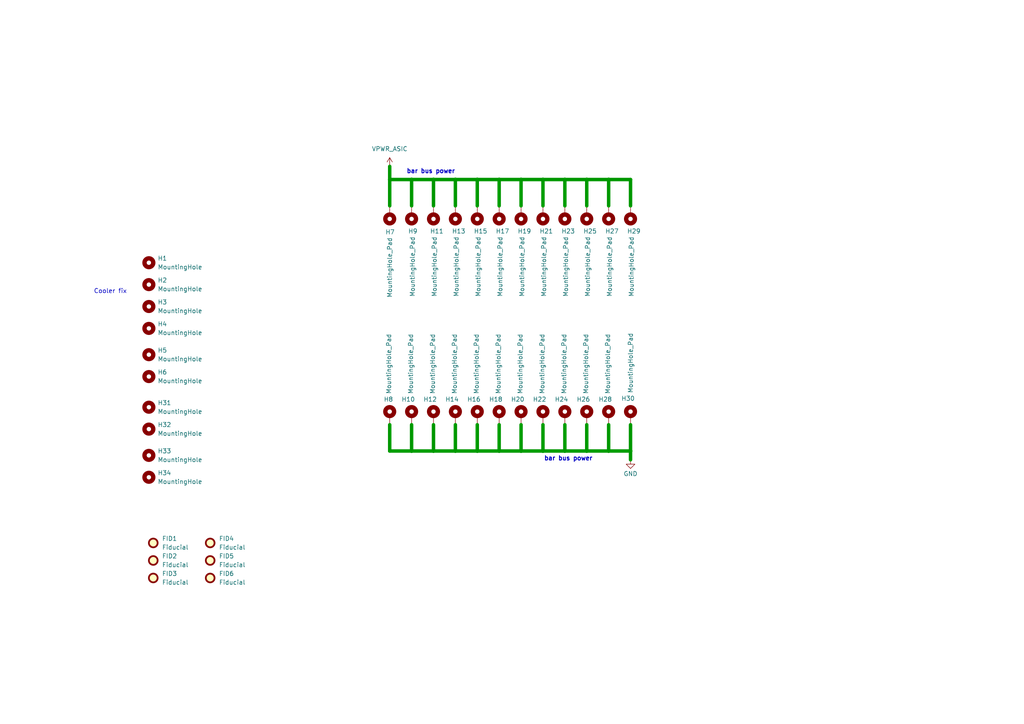
<source format=kicad_sch>
(kicad_sch (version 20231120) (generator "eeschema") (generator_version "8.0")
  (paper "A4")
  (lib_symbols
    (symbol "Mechanical:Fiducial" (exclude_from_sim yes) (in_bom no)
      (property "Reference" "FID" (at 0 5.08 0))
      (property "Value" "Fiducial" (at 0 3.175 0))
      (symbol "Fiducial_0_1"
        (circle (center 0 0) (radius 1.27) (stroke (width 0.508)) (fill (type background)))
      )
    )
    (symbol "Mechanical:MountingHole" (pin_names (offset 1.016))
      (property "Reference" "H" (at 0 5.08 0))
      (property "Value" "MountingHole" (at 0 3.175 0))
      (symbol "MountingHole_0_1"
        (circle (center 0 0) (radius 1.27) (stroke (width 1.27)))
      )
    )
    (symbol "Mechanical:MountingHole_Pad" (pin_numbers hide) (pin_names (offset 1.016) hide) (exclude_from_sim yes) (in_bom no)
      (property "Reference" "H" (at 0 6.35 0))
      (property "Value" "MountingHole_Pad" (at 0 4.445 0))
      (symbol "MountingHole_Pad_0_1"
        (circle (center 0 1.27) (radius 1.27) (stroke (width 1.27)))
      )
      (symbol "MountingHole_Pad_1_1"
        (pin input line (at 0 -2.54 90) (length 2.54) (name "1") (number "1"))
      )
    )
    (symbol "power:GND" (power) (pin_numbers hide) (pin_names (offset 0) hide)
      (property "Value" "GND" (at 0 -3.81 0))
      (symbol "GND_0_1"
        (polyline (pts (xy 0 0) (xy 0 -1.27) (xy 1.27 -1.27) (xy 0 -2.54) (xy -1.27 -1.27) (xy 0 -1.27)))
      )
      (symbol "GND_1_1"
        (pin power_in line (at 0 0 270) (length 0) (name "~") (number "1"))
      )
    )
    (symbol "power:VDD" (power) (pin_numbers hide) (pin_names (offset 0) hide)
      (property "Value" "VDD" (at 0 3.556 0))
      (symbol "VDD_0_1"
        (polyline (pts (xy -0.762 1.27) (xy 0 2.54)))
        (polyline (pts (xy 0 0) (xy 0 2.54)))
        (polyline (pts (xy 0 2.54) (xy 0.762 1.27)))
      )
      (symbol "VDD_1_1"
        (pin power_in line (at 0 0 90) (length 0) (name "~") (number "1"))
      )
    )
  )
  (junction (at 163.83 52.07))
  (junction (at 144.78 52.07))
  (junction (at 132.08 52.07))
  (junction (at 176.53 130.81))
  (junction (at 151.13 52.07))
  (junction (at 119.38 52.07))
  (junction (at 163.83 130.81))
  (junction (at 182.88 130.81))
  (junction (at 119.38 130.81))
  (junction (at 144.78 130.81))
  (junction (at 113.03 52.07))
  (junction (at 157.48 52.07))
  (junction (at 151.13 130.81))
  (junction (at 170.18 52.07))
  (junction (at 125.73 52.07))
  (junction (at 157.48 130.81))
  (junction (at 125.73 130.81))
  (junction (at 132.08 130.81))
  (junction (at 138.43 52.07))
  (junction (at 170.18 130.81))
  (junction (at 176.53 52.07))
  (junction (at 138.43 130.81))
  (wire (pts (xy 119.38 130.81) (xy 113.03 130.81)) (stroke (width 1)))
  (wire (pts (xy 170.18 52.07) (xy 176.53 52.07)) (stroke (width 1)))
  (wire (pts (xy 138.43 52.07) (xy 144.78 52.07)) (stroke (width 1)))
  (wire (pts (xy 157.48 59.69) (xy 157.48 52.07)) (stroke (width 1)))
  (wire (pts (xy 170.18 130.81) (xy 163.83 130.81)) (stroke (width 1)))
  (wire (pts (xy 176.53 130.81) (xy 182.88 130.81)) (stroke (width 1)))
  (wire (pts (xy 176.53 52.07) (xy 182.88 52.07)) (stroke (width 1)))
  (wire (pts (xy 170.18 130.81) (xy 176.53 130.81)) (stroke (width 1)))
  (wire (pts (xy 119.38 123.19) (xy 119.38 130.81)) (stroke (width 1)))
  (wire (pts (xy 144.78 59.69) (xy 144.78 52.07)) (stroke (width 1)))
  (wire (pts (xy 182.88 59.69) (xy 182.88 52.07)) (stroke (width 1)))
  (wire (pts (xy 151.13 130.81) (xy 144.78 130.81)) (stroke (width 1)))
  (wire (pts (xy 132.08 52.07) (xy 138.43 52.07)) (stroke (width 1)))
  (wire (pts (xy 176.53 59.69) (xy 176.53 52.07)) (stroke (width 1)))
  (wire (pts (xy 132.08 130.81) (xy 138.43 130.81)) (stroke (width 1)))
  (wire (pts (xy 113.03 48.26) (xy 113.03 52.07)) (stroke (width 1)))
  (wire (pts (xy 119.38 52.07) (xy 125.73 52.07)) (stroke (width 1)))
  (wire (pts (xy 138.43 59.69) (xy 138.43 52.07)) (stroke (width 1)))
  (wire (pts (xy 125.73 52.07) (xy 132.08 52.07)) (stroke (width 1)))
  (wire (pts (xy 163.83 59.69) (xy 163.83 52.07)) (stroke (width 1)))
  (wire (pts (xy 119.38 59.69) (xy 119.38 52.07)) (stroke (width 1)))
  (wire (pts (xy 170.18 59.69) (xy 170.18 52.07)) (stroke (width 1)))
  (wire (pts (xy 163.83 123.19) (xy 163.83 130.81)) (stroke (width 1)))
  (wire (pts (xy 138.43 130.81) (xy 144.78 130.81)) (stroke (width 1)))
  (wire (pts (xy 144.78 123.19) (xy 144.78 130.81)) (stroke (width 1)))
  (wire (pts (xy 157.48 130.81) (xy 151.13 130.81)) (stroke (width 1)))
  (wire (pts (xy 170.18 123.19) (xy 170.18 130.81)) (stroke (width 1)))
  (wire (pts (xy 125.73 59.69) (xy 125.73 52.07)) (stroke (width 1)))
  (wire (pts (xy 157.48 123.19) (xy 157.48 130.81)) (stroke (width 1)))
  (wire (pts (xy 182.88 130.81) (xy 182.88 133.35)) (stroke (width 1)))
  (wire (pts (xy 157.48 52.07) (xy 163.83 52.07)) (stroke (width 1)))
  (wire (pts (xy 113.03 52.07) (xy 119.38 52.07)) (stroke (width 1)))
  (wire (pts (xy 113.03 52.07) (xy 113.03 59.69)) (stroke (width 1)))
  (wire (pts (xy 113.03 123.19) (xy 113.03 130.81)) (stroke (width 1)))
  (wire (pts (xy 138.43 123.19) (xy 138.43 130.81)) (stroke (width 1)))
  (wire (pts (xy 176.53 123.19) (xy 176.53 130.81)) (stroke (width 1)))
  (wire (pts (xy 125.73 123.19) (xy 125.73 130.81)) (stroke (width 1)))
  (wire (pts (xy 163.83 52.07) (xy 170.18 52.07)) (stroke (width 1)))
  (wire (pts (xy 132.08 123.19) (xy 132.08 130.81)) (stroke (width 1)))
  (wire (pts (xy 132.08 130.81) (xy 125.73 130.81)) (stroke (width 1)))
  (wire (pts (xy 163.83 130.81) (xy 157.48 130.81)) (stroke (width 1)))
  (wire (pts (xy 144.78 52.07) (xy 151.13 52.07)) (stroke (width 1)))
  (wire (pts (xy 125.73 130.81) (xy 119.38 130.81)) (stroke (width 1)))
  (wire (pts (xy 151.13 52.07) (xy 157.48 52.07)) (stroke (width 1)))
  (wire (pts (xy 151.13 59.69) (xy 151.13 52.07)) (stroke (width 1)))
  (wire (pts (xy 132.08 59.69) (xy 132.08 52.07)) (stroke (width 1)))
  (wire (pts (xy 151.13 123.19) (xy 151.13 130.81)) (stroke (width 1)))
  (wire (pts (xy 182.88 130.81) (xy 182.88 123.19)) (stroke (width 1)))
  (text "Cooler fix" (at 32.004 84.582 0) (effects (font (size 1.27 1.27))))
  (text "bar bus power" (at 164.846 133.096 0) (effects (font (size 1.27 1.27) (thickness 0.254) (bold yes))))
  (text "bar bus power" (at 124.968 49.784 0) (effects (font (size 1.27 1.27) (thickness 0.254) (bold yes))))
  (symbol (lib_id "Mechanical:MountingHole_Pad") (at 119.38 120.65 0) (unit 1) (exclude_from_sim yes) (in_bom no)
    (property "Reference" "H10" (at 120.396 115.824 0) (effects (justify right)))
    (property "Value" "MountingHole_Pad" (at 119.126 96.774 90) (effects (justify right)))
    (property "Footprint" "EKO_Miner_ASIClib:SMTSO-M3-10ET" (effects (hide yes)))
    (property "Description" "Mounting Hole with connection" (effects (hide yes)))
    (property "MP" "SMTSO-M3-10ET" (effects (hide yes)))
    (property "P/N MOUSER" "153-SMTSO-M3-10ET" (effects (hide yes)))
  )
  (symbol (lib_id "power:VDD") (at 113.03 48.26 0) (unit 1)
    (property "Reference" "#PWR019" (effects (hide yes)))
    (property "Value" "VPWR_ASIC" (at 113.03 43.18 0))
    (property "Description" "Power symbol creates a global label with name \"VDD\"" (effects (hide yes)))
  )
  (symbol (lib_id "power:GND") (at 182.88 133.35 0) (unit 1)
    (property "Reference" "#PWR020" (effects (hide yes)))
    (property "Value" "GND" (at 182.88 137.414 0))
    (property "Description" "Power symbol creates a global label with name \"GND\" , ground" (effects (hide yes)))
  )
  (symbol (lib_id "Mechanical:Fiducial") (at 44.45 162.56 0) (unit 1) (exclude_from_sim yes) (in_bom no)
    (property "Reference" "FID2" (at 46.99 161.2899 0) (effects (justify left)))
    (property "Value" "Fiducial" (at 46.99 163.8299 0) (effects (justify left)))
    (property "Footprint" "Fiducial:Fiducial_1mm_Mask2mm" (effects (hide yes)))
    (property "Description" "Fiducial Marker" (effects (hide yes)))
  )
  (symbol (lib_id "Mechanical:MountingHole") (at 43.18 88.9 0) (unit 1)
    (property "Reference" "H3" (at 45.72 87.6299 0) (effects (justify left)))
    (property "Value" "MountingHole" (at 45.72 90.1699 0) (effects (justify left)))
    (property "Footprint" "MountingHole:MountingHole_3.2mm_M3_ISO7380" (effects (hide yes)))
    (property "Description" "Mounting Hole without connection" (effects (hide yes)))
  )
  (symbol (lib_id "Mechanical:MountingHole_Pad") (at 182.88 62.23 180) (unit 1) (exclude_from_sim yes) (in_bom no)
    (property "Reference" "H29" (at 181.864 67.056 0) (effects (justify right)))
    (property "Value" "MountingHole_Pad" (at 183.134 86.106 90) (effects (justify right)))
    (property "Footprint" "EKO_Miner_ASIClib:SMTSO-M3-10ET" (effects (hide yes)))
    (property "Description" "Mounting Hole with connection" (effects (hide yes)))
    (property "MP" "SMTSO-M3-10ET" (effects (hide yes)))
    (property "P/N MOUSER" "153-SMTSO-M3-10ET" (effects (hide yes)))
  )
  (symbol (lib_id "Mechanical:MountingHole_Pad") (at 144.78 62.23 180) (unit 1) (exclude_from_sim yes) (in_bom no)
    (property "Reference" "H17" (at 143.764 67.056 0) (effects (justify right)))
    (property "Value" "MountingHole_Pad" (at 145.034 86.106 90) (effects (justify right)))
    (property "Footprint" "EKO_Miner_ASIClib:SMTSO-M3-10ET" (effects (hide yes)))
    (property "Description" "Mounting Hole with connection" (effects (hide yes)))
    (property "MP" "SMTSO-M3-10ET" (effects (hide yes)))
    (property "P/N MOUSER" "153-SMTSO-M3-10ET" (effects (hide yes)))
  )
  (symbol (lib_id "Mechanical:MountingHole_Pad") (at 176.53 62.23 180) (unit 1) (exclude_from_sim yes) (in_bom no)
    (property "Reference" "H27" (at 175.514 67.056 0) (effects (justify right)))
    (property "Value" "MountingHole_Pad" (at 176.784 86.106 90) (effects (justify right)))
    (property "Footprint" "EKO_Miner_ASIClib:SMTSO-M3-10ET" (effects (hide yes)))
    (property "Description" "Mounting Hole with connection" (effects (hide yes)))
    (property "MP" "SMTSO-M3-10ET" (effects (hide yes)))
    (property "P/N MOUSER" "153-SMTSO-M3-10ET" (effects (hide yes)))
  )
  (symbol (lib_id "Mechanical:MountingHole_Pad") (at 138.43 62.23 180) (unit 1) (exclude_from_sim yes) (in_bom no)
    (property "Reference" "H15" (at 137.414 67.056 0) (effects (justify right)))
    (property "Value" "MountingHole_Pad" (at 138.684 86.106 90) (effects (justify right)))
    (property "Footprint" "EKO_Miner_ASIClib:SMTSO-M3-10ET" (effects (hide yes)))
    (property "Description" "Mounting Hole with connection" (effects (hide yes)))
    (property "MP" "SMTSO-M3-10ET" (effects (hide yes)))
    (property "P/N MOUSER" "153-SMTSO-M3-10ET" (effects (hide yes)))
  )
  (symbol (lib_id "Mechanical:MountingHole_Pad") (at 151.13 120.65 0) (unit 1) (exclude_from_sim yes) (in_bom no)
    (property "Reference" "H20" (at 152.146 115.824 0) (effects (justify right)))
    (property "Value" "MountingHole_Pad" (at 150.876 96.774 90) (effects (justify right)))
    (property "Footprint" "EKO_Miner_ASIClib:SMTSO-M3-10ET" (effects (hide yes)))
    (property "Description" "Mounting Hole with connection" (effects (hide yes)))
    (property "MP" "SMTSO-M3-10ET" (effects (hide yes)))
    (property "P/N MOUSER" "153-SMTSO-M3-10ET" (effects (hide yes)))
  )
  (symbol (lib_id "Mechanical:MountingHole_Pad") (at 170.18 120.65 0) (unit 1) (exclude_from_sim yes) (in_bom no)
    (property "Reference" "H26" (at 171.196 115.824 0) (effects (justify right)))
    (property "Value" "MountingHole_Pad" (at 169.926 96.774 90) (effects (justify right)))
    (property "Footprint" "EKO_Miner_ASIClib:SMTSO-M3-10ET" (effects (hide yes)))
    (property "Description" "Mounting Hole with connection" (effects (hide yes)))
    (property "MP" "SMTSO-M3-10ET" (effects (hide yes)))
    (property "P/N MOUSER" "153-SMTSO-M3-10ET" (effects (hide yes)))
  )
  (symbol (lib_id "Mechanical:MountingHole_Pad") (at 125.73 120.65 0) (unit 1) (exclude_from_sim yes) (in_bom no)
    (property "Reference" "H12" (at 126.746 115.824 0) (effects (justify right)))
    (property "Value" "MountingHole_Pad" (at 125.476 96.774 90) (effects (justify right)))
    (property "Footprint" "EKO_Miner_ASIClib:SMTSO-M3-10ET" (effects (hide yes)))
    (property "Description" "Mounting Hole with connection" (effects (hide yes)))
    (property "MP" "SMTSO-M3-10ET" (effects (hide yes)))
    (property "P/N MOUSER" "153-SMTSO-M3-10ET" (effects (hide yes)))
  )
  (symbol (lib_id "Mechanical:Fiducial") (at 44.45 157.48 0) (unit 1) (exclude_from_sim yes) (in_bom no)
    (property "Reference" "FID1" (at 46.99 156.2099 0) (effects (justify left)))
    (property "Value" "Fiducial" (at 46.99 158.7499 0) (effects (justify left)))
    (property "Footprint" "Fiducial:Fiducial_1mm_Mask2mm" (effects (hide yes)))
    (property "Description" "Fiducial Marker" (effects (hide yes)))
  )
  (symbol (lib_id "Mechanical:MountingHole_Pad") (at 144.78 120.65 0) (unit 1) (exclude_from_sim yes) (in_bom no)
    (property "Reference" "H18" (at 145.796 115.824 0) (effects (justify right)))
    (property "Value" "MountingHole_Pad" (at 144.526 96.774 90) (effects (justify right)))
    (property "Footprint" "EKO_Miner_ASIClib:SMTSO-M3-10ET" (effects (hide yes)))
    (property "Description" "Mounting Hole with connection" (effects (hide yes)))
    (property "MP" "SMTSO-M3-10ET" (effects (hide yes)))
    (property "P/N MOUSER" "153-SMTSO-M3-10ET" (effects (hide yes)))
  )
  (symbol (lib_id "Mechanical:MountingHole_Pad") (at 170.18 62.23 180) (unit 1) (exclude_from_sim yes) (in_bom no)
    (property "Reference" "H25" (at 169.164 67.056 0) (effects (justify right)))
    (property "Value" "MountingHole_Pad" (at 170.434 86.106 90) (effects (justify right)))
    (property "Footprint" "EKO_Miner_ASIClib:SMTSO-M3-10ET" (effects (hide yes)))
    (property "Description" "Mounting Hole with connection" (effects (hide yes)))
    (property "MP" "SMTSO-M3-10ET" (effects (hide yes)))
    (property "P/N MOUSER" "153-SMTSO-M3-10ET" (effects (hide yes)))
  )
  (symbol (lib_id "Mechanical:MountingHole_Pad") (at 132.08 62.23 180) (unit 1) (exclude_from_sim yes) (in_bom no)
    (property "Reference" "H13" (at 131.064 67.056 0) (effects (justify right)))
    (property "Value" "MountingHole_Pad" (at 132.334 86.106 90) (effects (justify right)))
    (property "Footprint" "EKO_Miner_ASIClib:SMTSO-M3-10ET" (effects (hide yes)))
    (property "Description" "Mounting Hole with connection" (effects (hide yes)))
    (property "MP" "SMTSO-M3-10ET" (effects (hide yes)))
    (property "P/N MOUSER" "153-SMTSO-M3-10ET" (effects (hide yes)))
  )
  (symbol (lib_id "Mechanical:MountingHole") (at 43.18 118.11 0) (unit 1)
    (property "Reference" "H31" (at 45.72 116.8399 0) (effects (justify left)))
    (property "Value" "MountingHole" (at 45.72 119.3799 0) (effects (justify left)))
    (property "Footprint" "MountingHole:MountingHole_3.2mm_M3_ISO7380" (effects (hide yes)))
    (property "Description" "Mounting Hole without connection" (effects (hide yes)))
  )
  (symbol (lib_id "Mechanical:MountingHole") (at 43.18 138.43 0) (unit 1)
    (property "Reference" "H34" (at 45.72 137.1599 0) (effects (justify left)))
    (property "Value" "MountingHole" (at 45.72 139.6999 0) (effects (justify left)))
    (property "Footprint" "MountingHole:MountingHole_3.2mm_M3_ISO7380" (effects (hide yes)))
    (property "Description" "Mounting Hole without connection" (effects (hide yes)))
  )
  (symbol (lib_id "Mechanical:MountingHole_Pad") (at 119.38 62.23 180) (unit 1) (exclude_from_sim yes) (in_bom no)
    (property "Reference" "H9" (at 118.364 67.056 0) (effects (justify right)))
    (property "Value" "MountingHole_Pad" (at 119.634 86.106 90) (effects (justify right)))
    (property "Footprint" "EKO_Miner_ASIClib:SMTSO-M3-10ET" (effects (hide yes)))
    (property "Description" "Mounting Hole with connection" (effects (hide yes)))
    (property "MP" "SMTSO-M3-10ET" (effects (hide yes)))
    (property "P/N MOUSER" "153-SMTSO-M3-10ET" (effects (hide yes)))
  )
  (symbol (lib_id "Mechanical:MountingHole") (at 43.18 124.46 0) (unit 1)
    (property "Reference" "H32" (at 45.72 123.1899 0) (effects (justify left)))
    (property "Value" "MountingHole" (at 45.72 125.7299 0) (effects (justify left)))
    (property "Footprint" "MountingHole:MountingHole_3.2mm_M3_ISO7380" (effects (hide yes)))
    (property "Description" "Mounting Hole without connection" (effects (hide yes)))
  )
  (symbol (lib_id "Mechanical:MountingHole_Pad") (at 157.48 120.65 0) (unit 1) (exclude_from_sim yes) (in_bom no)
    (property "Reference" "H22" (at 158.496 115.824 0) (effects (justify right)))
    (property "Value" "MountingHole_Pad" (at 157.226 96.774 90) (effects (justify right)))
    (property "Footprint" "EKO_Miner_ASIClib:SMTSO-M3-10ET" (effects (hide yes)))
    (property "Description" "Mounting Hole with connection" (effects (hide yes)))
    (property "MP" "SMTSO-M3-10ET" (effects (hide yes)))
    (property "P/N MOUSER" "153-SMTSO-M3-10ET" (effects (hide yes)))
  )
  (symbol (lib_id "Mechanical:MountingHole") (at 43.18 95.25 0) (unit 1)
    (property "Reference" "H4" (at 45.72 93.9799 0) (effects (justify left)))
    (property "Value" "MountingHole" (at 45.72 96.5199 0) (effects (justify left)))
    (property "Footprint" "MountingHole:MountingHole_3.2mm_M3_ISO7380" (effects (hide yes)))
    (property "Description" "Mounting Hole without connection" (effects (hide yes)))
  )
  (symbol (lib_id "Mechanical:MountingHole") (at 43.18 82.55 0) (unit 1)
    (property "Reference" "H2" (at 45.72 81.2799 0) (effects (justify left)))
    (property "Value" "MountingHole" (at 45.72 83.8199 0) (effects (justify left)))
    (property "Footprint" "MountingHole:MountingHole_3.2mm_M3_ISO7380" (effects (hide yes)))
    (property "Description" "Mounting Hole without connection" (effects (hide yes)))
  )
  (symbol (lib_id "Mechanical:MountingHole_Pad") (at 163.83 62.23 180) (unit 1) (exclude_from_sim yes) (in_bom no)
    (property "Reference" "H23" (at 162.814 67.056 0) (effects (justify right)))
    (property "Value" "MountingHole_Pad" (at 164.084 86.106 90) (effects (justify right)))
    (property "Footprint" "EKO_Miner_ASIClib:SMTSO-M3-10ET" (effects (hide yes)))
    (property "Description" "Mounting Hole with connection" (effects (hide yes)))
    (property "MP" "SMTSO-M3-10ET" (effects (hide yes)))
    (property "P/N MOUSER" "153-SMTSO-M3-10ET" (effects (hide yes)))
  )
  (symbol (lib_id "Mechanical:MountingHole") (at 43.18 76.2 0) (unit 1)
    (property "Reference" "H1" (at 45.72 74.9299 0) (effects (justify left)))
    (property "Value" "MountingHole" (at 45.72 77.4699 0) (effects (justify left)))
    (property "Footprint" "MountingHole:MountingHole_3.2mm_M3_ISO7380" (effects (hide yes)))
    (property "Description" "Mounting Hole without connection" (effects (hide yes)))
  )
  (symbol (lib_id "Mechanical:MountingHole") (at 43.18 109.22 0) (unit 1)
    (property "Reference" "H6" (at 45.72 107.9499 0) (effects (justify left)))
    (property "Value" "MountingHole" (at 45.72 110.4899 0) (effects (justify left)))
    (property "Footprint" "MountingHole:MountingHole_3.2mm_M3_ISO7380" (effects (hide yes)))
    (property "Description" "Mounting Hole without connection" (effects (hide yes)))
  )
  (symbol (lib_id "Mechanical:MountingHole_Pad") (at 157.48 62.23 180) (unit 1) (exclude_from_sim yes) (in_bom no)
    (property "Reference" "H21" (at 156.464 67.056 0) (effects (justify right)))
    (property "Value" "MountingHole_Pad" (at 157.734 86.106 90) (effects (justify right)))
    (property "Footprint" "EKO_Miner_ASIClib:SMTSO-M3-10ET" (effects (hide yes)))
    (property "Description" "Mounting Hole with connection" (effects (hide yes)))
    (property "MP" "SMTSO-M3-10ET" (effects (hide yes)))
    (property "P/N MOUSER" "153-SMTSO-M3-10ET" (effects (hide yes)))
  )
  (symbol (lib_id "Mechanical:MountingHole_Pad") (at 113.03 120.65 0) (unit 1) (exclude_from_sim yes) (in_bom no)
    (property "Reference" "H8" (at 114.046 115.824 0) (effects (justify right)))
    (property "Value" "MountingHole_Pad" (at 112.776 96.774 90) (effects (justify right)))
    (property "Footprint" "EKO_Miner_ASIClib:SMTSO-M3-10ET" (effects (hide yes)))
    (property "Description" "Mounting Hole with connection" (effects (hide yes)))
    (property "MP" "SMTSO-M3-10ET" (effects (hide yes)))
    (property "P/N MOUSER" "153-SMTSO-M3-10ET" (effects (hide yes)))
  )
  (symbol (lib_id "Mechanical:Fiducial") (at 60.96 162.56 0) (unit 1) (exclude_from_sim yes) (in_bom no)
    (property "Reference" "FID5" (at 63.5 161.2899 0) (effects (justify left)))
    (property "Value" "Fiducial" (at 63.5 163.8299 0) (effects (justify left)))
    (property "Footprint" "Fiducial:Fiducial_1mm_Mask2mm" (effects (hide yes)))
    (property "Description" "Fiducial Marker" (effects (hide yes)))
  )
  (symbol (lib_id "Mechanical:MountingHole_Pad") (at 125.73 62.23 180) (unit 1) (exclude_from_sim yes) (in_bom no)
    (property "Reference" "H11" (at 124.714 67.056 0) (effects (justify right)))
    (property "Value" "MountingHole_Pad" (at 125.984 86.106 90) (effects (justify right)))
    (property "Footprint" "EKO_Miner_ASIClib:SMTSO-M3-10ET" (effects (hide yes)))
    (property "Description" "Mounting Hole with connection" (effects (hide yes)))
    (property "MP" "SMTSO-M3-10ET" (effects (hide yes)))
    (property "P/N MOUSER" "153-SMTSO-M3-10ET" (effects (hide yes)))
  )
  (symbol (lib_id "Mechanical:Fiducial") (at 60.96 157.48 0) (unit 1) (exclude_from_sim yes) (in_bom no)
    (property "Reference" "FID4" (at 63.5 156.2099 0) (effects (justify left)))
    (property "Value" "Fiducial" (at 63.5 158.7499 0) (effects (justify left)))
    (property "Footprint" "Fiducial:Fiducial_1mm_Mask2mm" (effects (hide yes)))
    (property "Description" "Fiducial Marker" (effects (hide yes)))
  )
  (symbol (lib_id "Mechanical:MountingHole_Pad") (at 132.08 120.65 0) (unit 1) (exclude_from_sim yes) (in_bom no)
    (property "Reference" "H14" (at 133.096 115.824 0) (effects (justify right)))
    (property "Value" "MountingHole_Pad" (at 131.826 96.774 90) (effects (justify right)))
    (property "Footprint" "EKO_Miner_ASIClib:SMTSO-M3-10ET" (effects (hide yes)))
    (property "Description" "Mounting Hole with connection" (effects (hide yes)))
    (property "MP" "SMTSO-M3-10ET" (effects (hide yes)))
    (property "P/N MOUSER" "153-SMTSO-M3-10ET" (effects (hide yes)))
  )
  (symbol (lib_id "Mechanical:MountingHole_Pad") (at 151.13 62.23 180) (unit 1) (exclude_from_sim yes) (in_bom no)
    (property "Reference" "H19" (at 150.114 67.056 0) (effects (justify right)))
    (property "Value" "MountingHole_Pad" (at 151.384 86.106 90) (effects (justify right)))
    (property "Footprint" "EKO_Miner_ASIClib:SMTSO-M3-10ET" (effects (hide yes)))
    (property "Description" "Mounting Hole with connection" (effects (hide yes)))
    (property "MP" "SMTSO-M3-10ET" (effects (hide yes)))
    (property "P/N MOUSER" "153-SMTSO-M3-10ET" (effects (hide yes)))
  )
  (symbol (lib_id "Mechanical:MountingHole_Pad") (at 113.03 62.23 180) (unit 1) (exclude_from_sim yes) (in_bom no)
    (property "Reference" "H7" (at 111.76 67.31 0) (effects (justify right)))
    (property "Value" "MountingHole_Pad" (at 113.03 86.36 90) (effects (justify right)))
    (property "Footprint" "EKO_Miner_ASIClib:SMTSO-M3-10ET" (effects (hide yes)))
    (property "Description" "Mounting Hole with connection" (effects (hide yes)))
    (property "MP" "SMTSO-M3-10ET" (effects (hide yes)))
    (property "P/N MOUSER" "153-SMTSO-M3-10ET" (effects (hide yes)))
  )
  (symbol (lib_id "Mechanical:MountingHole") (at 43.18 132.08 0) (unit 1)
    (property "Reference" "H33" (at 45.72 130.8099 0) (effects (justify left)))
    (property "Value" "MountingHole" (at 45.72 133.3499 0) (effects (justify left)))
    (property "Footprint" "MountingHole:MountingHole_3.2mm_M3_ISO7380" (effects (hide yes)))
    (property "Description" "Mounting Hole without connection" (effects (hide yes)))
  )
  (symbol (lib_id "Mechanical:Fiducial") (at 44.45 167.64 0) (unit 1) (exclude_from_sim yes) (in_bom no)
    (property "Reference" "FID3" (at 46.99 166.3699 0) (effects (justify left)))
    (property "Value" "Fiducial" (at 46.99 168.9099 0) (effects (justify left)))
    (property "Footprint" "Fiducial:Fiducial_1mm_Mask2mm" (effects (hide yes)))
    (property "Description" "Fiducial Marker" (effects (hide yes)))
  )
  (symbol (lib_id "Mechanical:MountingHole_Pad") (at 176.53 120.65 0) (unit 1) (exclude_from_sim yes) (in_bom no)
    (property "Reference" "H28" (at 177.546 115.824 0) (effects (justify right)))
    (property "Value" "MountingHole_Pad" (at 176.276 96.774 90) (effects (justify right)))
    (property "Footprint" "EKO_Miner_ASIClib:SMTSO-M3-10ET" (effects (hide yes)))
    (property "Description" "Mounting Hole with connection" (effects (hide yes)))
    (property "MP" "SMTSO-M3-10ET" (effects (hide yes)))
    (property "P/N MOUSER" "153-SMTSO-M3-10ET" (effects (hide yes)))
  )
  (symbol (lib_id "Mechanical:MountingHole_Pad") (at 163.83 120.65 0) (unit 1) (exclude_from_sim yes) (in_bom no)
    (property "Reference" "H24" (at 164.846 115.824 0) (effects (justify right)))
    (property "Value" "MountingHole_Pad" (at 163.576 96.774 90) (effects (justify right)))
    (property "Footprint" "EKO_Miner_ASIClib:SMTSO-M3-10ET" (effects (hide yes)))
    (property "Description" "Mounting Hole with connection" (effects (hide yes)))
    (property "MP" "SMTSO-M3-10ET" (effects (hide yes)))
    (property "P/N MOUSER" "153-SMTSO-M3-10ET" (effects (hide yes)))
  )
  (symbol (lib_id "Mechanical:MountingHole_Pad") (at 182.88 120.65 0) (unit 1) (exclude_from_sim yes) (in_bom no)
    (property "Reference" "H30" (at 184.15 115.57 0) (effects (justify right)))
    (property "Value" "MountingHole_Pad" (at 182.88 96.52 90) (effects (justify right)))
    (property "Footprint" "EKO_Miner_ASIClib:SMTSO-M3-10ET" (effects (hide yes)))
    (property "Description" "Mounting Hole with connection" (effects (hide yes)))
    (property "MP" "SMTSO-M3-10ET" (effects (hide yes)))
    (property "P/N MOUSER" "153-SMTSO-M3-10ET" (effects (hide yes)))
  )
  (symbol (lib_id "Mechanical:MountingHole_Pad") (at 138.43 120.65 0) (unit 1) (exclude_from_sim yes) (in_bom no)
    (property "Reference" "H16" (at 139.446 115.824 0) (effects (justify right)))
    (property "Value" "MountingHole_Pad" (at 138.176 96.774 90) (effects (justify right)))
    (property "Footprint" "EKO_Miner_ASIClib:SMTSO-M3-10ET" (effects (hide yes)))
    (property "Description" "Mounting Hole with connection" (effects (hide yes)))
    (property "MP" "SMTSO-M3-10ET" (effects (hide yes)))
    (property "P/N MOUSER" "153-SMTSO-M3-10ET" (effects (hide yes)))
  )
  (symbol (lib_id "Mechanical:MountingHole") (at 43.18 102.87 0) (unit 1)
    (property "Reference" "H5" (at 45.72 101.5999 0) (effects (justify left)))
    (property "Value" "MountingHole" (at 45.72 104.1399 0) (effects (justify left)))
    (property "Footprint" "MountingHole:MountingHole_3.2mm_M3_ISO7380" (effects (hide yes)))
    (property "Description" "Mounting Hole without connection" (effects (hide yes)))
  )
  (symbol (lib_id "Mechanical:Fiducial") (at 60.96 167.64 0) (unit 1) (exclude_from_sim yes) (in_bom no)
    (property "Reference" "FID6" (at 63.5 166.3699 0) (effects (justify left)))
    (property "Value" "Fiducial" (at 63.5 168.9099 0) (effects (justify left)))
    (property "Footprint" "Fiducial:Fiducial_1mm_Mask2mm" (effects (hide yes)))
    (property "Description" "Fiducial Marker" (effects (hide yes)))
  )
)
</source>
